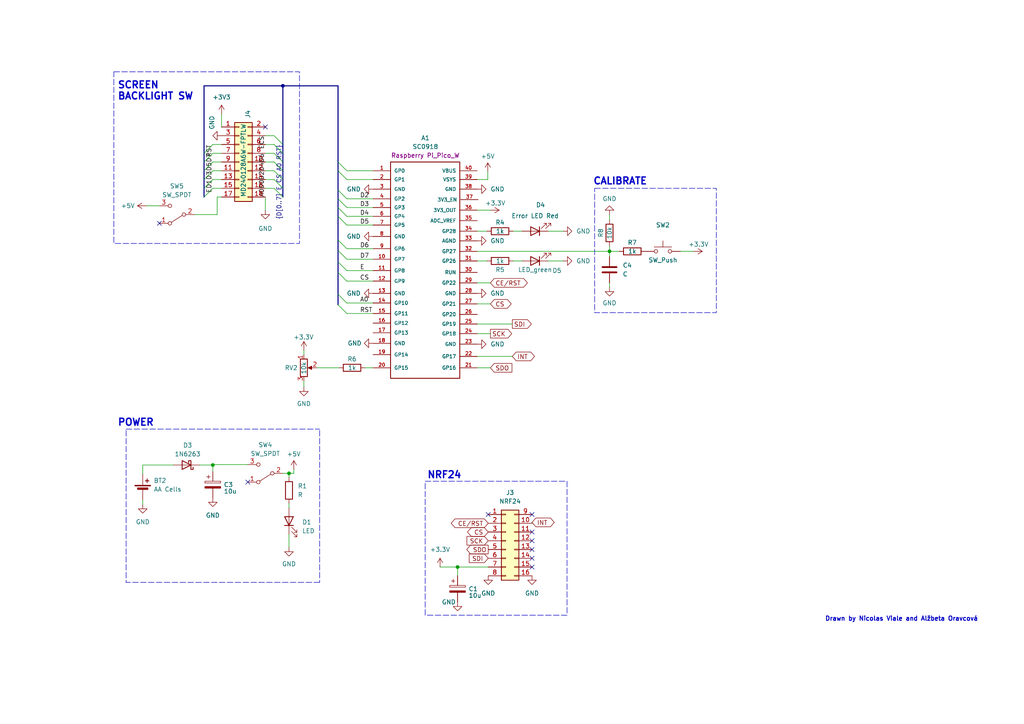
<source format=kicad_sch>
(kicad_sch (version 20230121) (generator eeschema)
  (paper "A4")
  (title_block (title "TDP4 - Controller Board") (date "2024-02-20") (rev "v0.9"))
  (lib_symbols
    (symbol "Connector_Generic:Conn_02x08_Top_Bottom" (pin_names (offset 1.016) hide)
      (property "Reference" "J" (at 1.27 10.16 0))
      (property "Value" "Conn_02x08_Top_Bottom" (at 1.27 -12.7 0))
      (symbol "Conn_02x08_Top_Bottom_1_1"
        (rectangle (start -1.27 -10.033) (end 0 -10.287) (stroke (width 0.1524)))
        (rectangle (start -1.27 -7.493) (end 0 -7.747) (stroke (width 0.1524)))
        (rectangle (start -1.27 -4.953) (end 0 -5.207) (stroke (width 0.1524)))
        (rectangle (start -1.27 -2.413) (end 0 -2.667) (stroke (width 0.1524)))
        (rectangle (start -1.27 0.127) (end 0 -0.127) (stroke (width 0.1524)))
        (rectangle (start -1.27 2.667) (end 0 2.413) (stroke (width 0.1524)))
        (rectangle (start -1.27 5.207) (end 0 4.953) (stroke (width 0.1524)))
        (rectangle (start -1.27 7.747) (end 0 7.493) (stroke (width 0.1524)))
        (rectangle (start -1.27 8.89) (end 3.81 -11.43) (stroke (width 0.254)) (fill (type background)))
        (rectangle (start 3.81 -10.033) (end 2.54 -10.287) (stroke (width 0.1524)))
        (rectangle (start 3.81 -7.493) (end 2.54 -7.747) (stroke (width 0.1524)))
        (rectangle (start 3.81 -4.953) (end 2.54 -5.207) (stroke (width 0.1524)))
        (rectangle (start 3.81 -2.413) (end 2.54 -2.667) (stroke (width 0.1524)))
        (rectangle (start 3.81 0.127) (end 2.54 -0.127) (stroke (width 0.1524)))
        (rectangle (start 3.81 2.667) (end 2.54 2.413) (stroke (width 0.1524)))
        (rectangle (start 3.81 5.207) (end 2.54 4.953) (stroke (width 0.1524)))
        (rectangle (start 3.81 7.747) (end 2.54 7.493) (stroke (width 0.1524)))
        (pin passive line (at -5.08 7.62 0) (length 3.81) (name "Pin_1") (number "1"))
        (pin passive line (at 7.62 5.08 180) (length 3.81) (name "Pin_10") (number "10"))
        (pin passive line (at 7.62 2.54 180) (length 3.81) (name "Pin_11") (number "11"))
        (pin passive line (at 7.62 0 180) (length 3.81) (name "Pin_12") (number "12"))
        (pin passive line (at 7.62 -2.54 180) (length 3.81) (name "Pin_13") (number "13"))
        (pin passive line (at 7.62 -5.08 180) (length 3.81) (name "Pin_14") (number "14"))
        (pin passive line (at 7.62 -7.62 180) (length 3.81) (name "Pin_15") (number "15"))
        (pin passive line (at 7.62 -10.16 180) (length 3.81) (name "Pin_16") (number "16"))
        (pin passive line (at -5.08 5.08 0) (length 3.81) (name "Pin_2") (number "2"))
        (pin passive line (at -5.08 2.54 0) (length 3.81) (name "Pin_3") (number "3"))
        (pin passive line (at -5.08 0 0) (length 3.81) (name "Pin_4") (number "4"))
        (pin passive line (at -5.08 -2.54 0) (length 3.81) (name "Pin_5") (number "5"))
        (pin passive line (at -5.08 -5.08 0) (length 3.81) (name "Pin_6") (number "6"))
        (pin passive line (at -5.08 -7.62 0) (length 3.81) (name "Pin_7") (number "7"))
        (pin passive line (at -5.08 -10.16 0) (length 3.81) (name "Pin_8") (number "8"))
        (pin passive line (at 7.62 7.62 180) (length 3.81) (name "Pin_9") (number "9"))
      )
    )
    (symbol "Connector_Generic:Conn_02x09_Odd_Even" (pin_names (offset 1.016) hide)
      (property "Reference" "J" (at 1.27 12.7 0))
      (property "Value" "Conn_02x09_Odd_Even" (at 1.27 -12.7 0))
      (symbol "Conn_02x09_Odd_Even_1_1"
        (rectangle (start -1.27 -10.033) (end 0 -10.287) (stroke (width 0.1524)))
        (rectangle (start -1.27 -7.493) (end 0 -7.747) (stroke (width 0.1524)))
        (rectangle (start -1.27 -4.953) (end 0 -5.207) (stroke (width 0.1524)))
        (rectangle (start -1.27 -2.413) (end 0 -2.667) (stroke (width 0.1524)))
        (rectangle (start -1.27 0.127) (end 0 -0.127) (stroke (width 0.1524)))
        (rectangle (start -1.27 2.667) (end 0 2.413) (stroke (width 0.1524)))
        (rectangle (start -1.27 5.207) (end 0 4.953) (stroke (width 0.1524)))
        (rectangle (start -1.27 7.747) (end 0 7.493) (stroke (width 0.1524)))
        (rectangle (start -1.27 10.287) (end 0 10.033) (stroke (width 0.1524)))
        (rectangle (start -1.27 11.43) (end 3.81 -11.43) (stroke (width 0.254)) (fill (type background)))
        (rectangle (start 3.81 -10.033) (end 2.54 -10.287) (stroke (width 0.1524)))
        (rectangle (start 3.81 -7.493) (end 2.54 -7.747) (stroke (width 0.1524)))
        (rectangle (start 3.81 -4.953) (end 2.54 -5.207) (stroke (width 0.1524)))
        (rectangle (start 3.81 -2.413) (end 2.54 -2.667) (stroke (width 0.1524)))
        (rectangle (start 3.81 0.127) (end 2.54 -0.127) (stroke (width 0.1524)))
        (rectangle (start 3.81 2.667) (end 2.54 2.413) (stroke (width 0.1524)))
        (rectangle (start 3.81 5.207) (end 2.54 4.953) (stroke (width 0.1524)))
        (rectangle (start 3.81 7.747) (end 2.54 7.493) (stroke (width 0.1524)))
        (rectangle (start 3.81 10.287) (end 2.54 10.033) (stroke (width 0.1524)))
        (pin passive line (at -5.08 10.16 0) (length 3.81) (name "Pin_1") (number "1"))
        (pin passive line (at 7.62 0 180) (length 3.81) (name "Pin_10") (number "10"))
        (pin passive line (at -5.08 -2.54 0) (length 3.81) (name "Pin_11") (number "11"))
        (pin passive line (at 7.62 -2.54 180) (length 3.81) (name "Pin_12") (number "12"))
        (pin passive line (at -5.08 -5.08 0) (length 3.81) (name "Pin_13") (number "13"))
        (pin passive line (at 7.62 -5.08 180) (length 3.81) (name "Pin_14") (number "14"))
        (pin passive line (at -5.08 -7.62 0) (length 3.81) (name "Pin_15") (number "15"))
        (pin passive line (at 7.62 -7.62 180) (length 3.81) (name "Pin_16") (number "16"))
        (pin passive line (at -5.08 -10.16 0) (length 3.81) (name "Pin_17") (number "17"))
        (pin passive line (at 7.62 -10.16 180) (length 3.81) (name "Pin_18") (number "18"))
        (pin passive line (at 7.62 10.16 180) (length 3.81) (name "Pin_2") (number "2"))
        (pin passive line (at -5.08 7.62 0) (length 3.81) (name "Pin_3") (number "3"))
        (pin passive line (at 7.62 7.62 180) (length 3.81) (name "Pin_4") (number "4"))
        (pin passive line (at -5.08 5.08 0) (length 3.81) (name "Pin_5") (number "5"))
        (pin passive line (at 7.62 5.08 180) (length 3.81) (name "Pin_6") (number "6"))
        (pin passive line (at -5.08 2.54 0) (length 3.81) (name "Pin_7") (number "7"))
        (pin passive line (at 7.62 2.54 180) (length 3.81) (name "Pin_8") (number "8"))
        (pin passive line (at -5.08 0 0) (length 3.81) (name "Pin_9") (number "9"))
      )
    )
    (symbol "Device:Battery_Cell" (pin_numbers hide) (pin_names (offset 0) hide)
      (property "Reference" "BT" (at 2.54 2.54 0))
      (property "Value" "Battery_Cell" (at 2.54 0 0))
      (symbol "Battery_Cell_0_1"
        (rectangle (start -2.286 1.778) (end 2.286 1.524) (fill (type outline)))
        (rectangle (start -1.524 1.016) (end 1.524 0.508) (fill (type outline)))
        (polyline (pts (xy 0 0.762) (xy 0 0)))
        (polyline (pts (xy 0 1.778) (xy 0 2.54)))
        (polyline (pts (xy 0.762 3.048) (xy 1.778 3.048)) (stroke (width 0.254)))
        (polyline (pts (xy 1.27 3.556) (xy 1.27 2.54)) (stroke (width 0.254)))
      )
      (symbol "Battery_Cell_1_1"
        (pin passive line (at 0 5.08 270) (length 2.54) (name "+") (number "1"))
        (pin passive line (at 0 -2.54 90) (length 2.54) (name "-") (number "2"))
      )
    )
    (symbol "Device:C" (pin_numbers hide) (pin_names (offset 0.254))
      (property "Reference" "C" (at 0.635 2.54 0))
      (property "Value" "C" (at 0.635 -2.54 0))
      (symbol "C_0_1"
        (polyline (pts (xy -2.032 -0.762) (xy 2.032 -0.762)) (stroke (width 0.508)))
        (polyline (pts (xy -2.032 0.762) (xy 2.032 0.762)) (stroke (width 0.508)))
      )
      (symbol "C_1_1"
        (pin passive line (at 0 3.81 270) (length 2.794) (name "~") (number "1"))
        (pin passive line (at 0 -3.81 90) (length 2.794) (name "~") (number "2"))
      )
    )
    (symbol "Device:C_Polarized" (pin_numbers hide) (pin_names (offset 0.254))
      (property "Reference" "C" (at 0.635 2.54 0))
      (property "Value" "C_Polarized" (at 0.635 -2.54 0))
      (symbol "C_Polarized_0_1"
        (rectangle (start -2.286 0.508) (end 2.286 1.016))
        (polyline (pts (xy -1.778 2.286) (xy -0.762 2.286)))
        (polyline (pts (xy -1.27 2.794) (xy -1.27 1.778)))
        (rectangle (start 2.286 -0.508) (end -2.286 -1.016) (fill (type outline)))
      )
      (symbol "C_Polarized_1_1"
        (pin passive line (at 0 3.81 270) (length 2.794) (name "~") (number "1"))
        (pin passive line (at 0 -3.81 90) (length 2.794) (name "~") (number "2"))
      )
    )
    (symbol "Device:D_Schottky" (pin_numbers hide) (pin_names (offset 1.016) hide)
      (property "Reference" "D" (at 0 2.54 0))
      (property "Value" "D_Schottky" (at 0 -2.54 0))
      (symbol "D_Schottky_0_1"
        (polyline (pts (xy 1.27 0) (xy -1.27 0)))
        (polyline (pts (xy 1.27 1.27) (xy 1.27 -1.27) (xy -1.27 0) (xy 1.27 1.27)) (stroke (width 0.254)))
        (polyline (pts (xy -1.905 0.635) (xy -1.905 1.27) (xy -1.27 1.27) (xy -1.27 -1.27) (xy -0.635 -1.27) (xy -0.635 -0.635)) (stroke (width 0.254)))
      )
      (symbol "D_Schottky_1_1"
        (pin passive line (at -3.81 0 0) (length 2.54) (name "K") (number "1"))
        (pin passive line (at 3.81 0 180) (length 2.54) (name "A") (number "2"))
      )
    )
    (symbol "Device:LED" (pin_numbers hide) (pin_names (offset 1.016) hide)
      (property "Reference" "D" (at 0 2.54 0))
      (property "Value" "LED" (at 0 -2.54 0))
      (symbol "LED_0_1"
        (polyline (pts (xy -1.27 -1.27) (xy -1.27 1.27)) (stroke (width 0.254)))
        (polyline (pts (xy -1.27 0) (xy 1.27 0)))
        (polyline (pts (xy 1.27 -1.27) (xy 1.27 1.27) (xy -1.27 0) (xy 1.27 -1.27)) (stroke (width 0.254)))
        (polyline (pts (xy -3.048 -0.762) (xy -4.572 -2.286) (xy -3.81 -2.286) (xy -4.572 -2.286) (xy -4.572 -1.524)))
        (polyline (pts (xy -1.778 -0.762) (xy -3.302 -2.286) (xy -2.54 -2.286) (xy -3.302 -2.286) (xy -3.302 -1.524)))
      )
      (symbol "LED_1_1"
        (pin passive line (at -3.81 0 0) (length 2.54) (name "K") (number "1"))
        (pin passive line (at 3.81 0 180) (length 2.54) (name "A") (number "2"))
      )
    )
    (symbol "Device:R" (pin_numbers hide) (pin_names (offset 0))
      (property "Reference" "R" (at 2.032 0 90))
      (property "Value" "R" (at 0 0 90))
      (symbol "R_0_1"
        (rectangle (start -1.016 -2.54) (end 1.016 2.54) (stroke (width 0.254)))
      )
      (symbol "R_1_1"
        (pin passive line (at 0 3.81 270) (length 1.27) (name "~") (number "1"))
        (pin passive line (at 0 -3.81 90) (length 1.27) (name "~") (number "2"))
      )
    )
    (symbol "Device:R_Potentiometer" (pin_names (offset 1.016) hide)
      (property "Reference" "RV" (at -4.445 0 90))
      (property "Value" "R_Potentiometer" (at -2.54 0 90))
      (symbol "R_Potentiometer_0_1"
        (polyline (pts (xy 2.54 0) (xy 1.524 0)))
        (polyline (pts (xy 1.143 0) (xy 2.286 0.508) (xy 2.286 -0.508) (xy 1.143 0)) (fill (type outline)))
        (rectangle (start 1.016 2.54) (end -1.016 -2.54) (stroke (width 0.254)))
      )
      (symbol "R_Potentiometer_1_1"
        (pin passive line (at 0 3.81 270) (length 1.27) (name "1") (number "1"))
        (pin passive line (at 3.81 0 180) (length 1.27) (name "2") (number "2"))
        (pin passive line (at 0 -3.81 90) (length 1.27) (name "3") (number "3"))
      )
    )
    (symbol "SW_SPDT_1" (pin_names (offset 0) hide)
      (property "Reference" "SW" (at 0 4.318 0))
      (property "Value" "SW_SPDT" (at 0 -5.08 0))
      (symbol "SW_SPDT_1_0_0"
        (circle (center -2.032 0) (radius 0.508))
        (circle (center 2.032 -2.54) (radius 0.508))
      )
      (symbol "SW_SPDT_1_0_1"
        (polyline (pts (xy -1.524 0.254) (xy 1.651 2.286)))
        (circle (center 2.032 2.54) (radius 0.508))
      )
      (symbol "SW_SPDT_1_1_1"
        (pin passive line (at 5.08 2.54 180) (length 2.54) (name "A") (number "1"))
        (pin passive line (at -5.08 0 0) (length 2.54) (name "B") (number "2"))
        (pin passive line (at 5.08 -2.54 180) (length 2.54) (name "C") (number "3"))
      )
    )
    (symbol "Switch:SW_Push" (pin_numbers hide) (pin_names (offset 1.016) hide)
      (property "Reference" "SW" (at 1.27 2.54 0))
      (property "Value" "SW_Push" (at 0 -1.524 0))
      (symbol "SW_Push_0_1"
        (circle (center -2.032 0) (radius 0.508))
        (polyline (pts (xy 0 1.27) (xy 0 3.048)))
        (polyline (pts (xy 2.54 1.27) (xy -2.54 1.27)))
        (circle (center 2.032 0) (radius 0.508))
        (pin passive line (at -5.08 0 0) (length 2.54) (name "1") (number "1"))
        (pin passive line (at 5.08 0 180) (length 2.54) (name "2") (number "2"))
      )
    )
    (symbol "pi_pico_W:SC0918" (pin_names (offset 1.016))
      (property "Reference" "A1" (at 0.1905 50.165 0))
      (property "Value" "SC0918" (at 0.1905 47.625 0))
      (property "manufacturer" "Raspberry Pi_Pico_W" (at 0.1905 45.085 0))
      (symbol "SC0918_0_0"
        (rectangle (start -9.906 43.18) (end 10.16 -19.558) (stroke (width 0.254)))
        (pin bidirectional line (at -14.986 40.64 0) (length 5.08) (name "GP0") (number "1"))
        (pin bidirectional line (at -14.986 14.986 0) (length 5.08) (name "GP7") (number "10"))
        (pin bidirectional line (at -14.986 11.684 0) (length 5.08) (name "GP8") (number "11"))
        (pin bidirectional line (at -14.986 8.636 0) (length 5.08) (name "GP9") (number "12"))
        (pin power_in line (at -14.986 5.08 0) (length 5.08) (name "GND") (number "13"))
        (pin bidirectional line (at -14.986 2.286 0) (length 5.08) (name "GP10") (number "14"))
        (pin bidirectional line (at -14.986 -0.762 0) (length 5.08) (name "GP11") (number "15"))
        (pin bidirectional line (at -14.986 -3.556 0) (length 5.08) (name "GP12") (number "16"))
        (pin bidirectional line (at -14.986 -6.35 0) (length 5.08) (name "GP13") (number "17"))
        (pin power_in line (at -14.986 -9.398 0) (length 5.08) (name "GND") (number "18"))
        (pin bidirectional line (at -14.986 -12.7 0) (length 5.08) (name "GP14") (number "19"))
        (pin bidirectional line (at -14.986 38.1 0) (length 5.08) (name "GP1") (number "2"))
        (pin bidirectional line (at -14.986 -16.51 0) (length 5.08) (name "GP15") (number "20"))
        (pin bidirectional line (at 15.24 -16.51 180) (length 5.08) (name "GP16") (number "21"))
        (pin bidirectional line (at 15.24 -13.208 180) (length 5.08) (name "GP17") (number "22"))
        (pin power_in line (at 15.24 -9.652 180) (length 5.08) (name "GND") (number "23"))
        (pin bidirectional line (at 15.24 -6.604 180) (length 5.08) (name "GP18") (number "24"))
        (pin bidirectional line (at 15.24 -3.81 180) (length 5.08) (name "GP19") (number "25"))
        (pin bidirectional line (at 15.24 -1.016 180) (length 5.08) (name "GP20") (number "26"))
        (pin bidirectional line (at 15.24 2.032 180) (length 5.08) (name "GP21") (number "27"))
        (pin power_in line (at 15.24 5.08 180) (length 5.08) (name "GND") (number "28"))
        (pin bidirectional line (at 15.24 8.128 180) (length 5.08) (name "GP22") (number "29"))
        (pin power_in line (at -14.986 35.306 0) (length 5.08) (name "GND") (number "3"))
        (pin input line (at 15.24 11.176 180) (length 5.08) (name "RUN") (number "30"))
        (pin bidirectional line (at 15.24 14.478 180) (length 5.08) (name "GP26") (number "31"))
        (pin bidirectional line (at 15.24 17.272 180) (length 5.08) (name "GP27") (number "32"))
        (pin power_in line (at 15.24 20.32 180) (length 5.08) (name "AGND") (number "33"))
        (pin bidirectional line (at 15.24 23.114 180) (length 5.08) (name "GP28") (number "34"))
        (pin power_in line (at 15.24 26.162 180) (length 5.08) (name "ADC_VREF") (number "35"))
        (pin power_in line (at 15.24 29.21 180) (length 5.08) (name "3V3_OUT") (number "36"))
        (pin input line (at 15.494 32.258 180) (length 5.08) (name "3V3_EN") (number "37"))
        (pin power_in line (at 15.24 35.306 180) (length 5.08) (name "GND") (number "38"))
        (pin bidirectional line (at -14.986 32.512 0) (length 5.08) (name "GP2") (number "4"))
        (pin bidirectional line (at -14.986 29.972 0) (length 5.08) (name "GP3") (number "5"))
        (pin bidirectional line (at -14.986 27.432 0) (length 5.08) (name "GP4") (number "6"))
        (pin bidirectional line (at -14.986 24.892 0) (length 5.08) (name "GP5") (number "7"))
        (pin power_in line (at -14.986 21.59 0) (length 5.08) (name "GND") (number "8"))
        (pin bidirectional line (at -14.986 18.034 0) (length 5.08) (name "GP6") (number "9"))
      )
      (symbol "SC0918_1_0"
        (pin input line (at 15.24 38.1 180) (length 5.08) (name "VSYS") (number "39"))
        (pin input line (at 15.24 40.64 180) (length 5.08) (name "VBUS") (number "40"))
      )
    )
    (symbol "power:+3.3V" (power) (pin_names (offset 0))
      (property "Value" "+3.3V" (at 0 3.556 0))
      (symbol "+3.3V_0_1"
        (polyline (pts (xy -0.762 1.27) (xy 0 2.54)))
        (polyline (pts (xy 0 0) (xy 0 2.54)))
        (polyline (pts (xy 0 2.54) (xy 0.762 1.27)))
      )
      (symbol "+3.3V_1_1"
        (pin power_in line (at 0 0 90) (length 0) hide (name "+3.3V") (number "1"))
      )
    )
    (symbol "power:+3V3" (power) (pin_names (offset 0))
      (property "Value" "+3V3" (at 0 3.556 0))
      (symbol "+3V3_0_1"
        (polyline (pts (xy -0.762 1.27) (xy 0 2.54)))
        (polyline (pts (xy 0 0) (xy 0 2.54)))
        (polyline (pts (xy 0 2.54) (xy 0.762 1.27)))
      )
      (symbol "+3V3_1_1"
        (pin power_in line (at 0 0 90) (length 0) hide (name "+3V3") (number "1"))
      )
    )
    (symbol "power:+5V" (power) (pin_names (offset 0))
      (property "Value" "+5V" (at 0 3.556 0))
      (symbol "+5V_0_1"
        (polyline (pts (xy -0.762 1.27) (xy 0 2.54)))
        (polyline (pts (xy 0 0) (xy 0 2.54)))
        (polyline (pts (xy 0 2.54) (xy 0.762 1.27)))
      )
      (symbol "+5V_1_1"
        (pin power_in line (at 0 0 90) (length 0) hide (name "+5V") (number "1"))
      )
    )
    (symbol "power:GND" (power) (pin_names (offset 0))
      (property "Value" "GND" (at 0 -3.81 0))
      (symbol "GND_0_1"
        (polyline (pts (xy 0 0) (xy 0 -1.27) (xy 1.27 -1.27) (xy 0 -2.54) (xy -1.27 -1.27) (xy 0 -1.27)))
      )
      (symbol "GND_1_1"
        (pin power_in line (at 0 0 270) (length 0) hide (name "GND") (number "1"))
      )
    )
  )
  (junction (at 132.715 164.465))
  (junction (at 82.042 24.892))
  (junction (at 83.82 137.287))
  (junction (at 176.784 72.898))
  (junction (at 61.722 134.874))
  (no_connect (at 154.305 154.305))
  (no_connect (at 154.305 161.925))
  (no_connect (at 154.305 149.225))
  (no_connect (at 141.605 149.225))
  (no_connect (at 154.305 159.385))
  (no_connect (at 46.228 64.77))
  (no_connect (at 76.962 36.83))
  (no_connect (at 71.882 139.827))
  (no_connect (at 154.305 164.465))
  (no_connect (at 154.305 156.845))
  (bus_entry (at 98.044 62.738) (size 2.54 2.54))
  (bus_entry (at 82.042 49.53) (size -2.54 -2.54))
  (bus_entry (at 98.044 46.99) (size 2.54 2.54))
  (bus_entry (at 98.044 72.644) (size 2.54 2.54))
  (bus_entry (at 98.044 78.994) (size 2.54 2.54))
  (bus_entry (at 98.044 57.658) (size 2.54 2.54))
  (bus_entry (at 59.182 46.99) (size 2.54 -2.54))
  (bus_entry (at 98.044 85.344) (size 2.54 2.54))
  (bus_entry (at 82.042 57.15) (size -2.54 -2.54))
  (bus_entry (at 82.042 46.99) (size -2.54 -2.54))
  (bus_entry (at 98.044 49.53) (size 2.54 2.54))
  (bus_entry (at 59.182 54.61) (size 2.54 -2.54))
  (bus_entry (at 59.182 52.07) (size 2.54 -2.54))
  (bus_entry (at 59.182 57.15) (size 2.54 -2.54))
  (bus_entry (at 82.042 54.61) (size -2.54 -2.54))
  (bus_entry (at 59.182 44.45) (size 2.54 -2.54))
  (bus_entry (at 82.042 44.45) (size -2.54 -2.54))
  (bus_entry (at 59.182 49.53) (size 2.54 -2.54))
  (bus_entry (at 82.042 52.07) (size -2.54 -2.54))
  (bus_entry (at 98.044 60.198) (size 2.54 2.54))
  (bus_entry (at 82.042 41.91) (size -2.54 -2.54))
  (bus_entry (at 98.044 75.946) (size 2.54 2.54))
  (bus_entry (at 98.044 88.392) (size 2.54 2.54))
  (bus_entry (at 98.044 55.118) (size 2.54 2.54))
  (bus_entry (at 98.044 69.596) (size 2.54 2.54))
  (wire (pts (xy 154.305 151.765) (xy 154.305 151.511)))
  (wire (pts (xy 100.584 81.534) (xy 108.204 81.534)))
  (bus (pts (xy 59.182 52.07) (xy 59.182 54.61)))
  (wire (pts (xy 100.584 62.738) (xy 108.204 62.738)))
  (wire (pts (xy 56.388 62.23) (xy 62.992 62.23)))
  (wire (pts (xy 62.992 62.23) (xy 62.992 57.15)))
  (wire (pts (xy 176.784 72.898) (xy 176.784 71.374)))
  (wire (pts (xy 64.262 33.02) (xy 64.262 36.83)))
  (wire (pts (xy 159.004 67.056) (xy 163.322 67.056)))
  (bus (pts (xy 98.044 85.344) (xy 98.044 88.392)))
  (wire (pts (xy 100.584 72.136) (xy 108.204 72.136)))
  (bus (pts (xy 98.044 46.99) (xy 98.044 24.892)))
  (wire (pts (xy 138.43 96.774) (xy 142.24 96.774)))
  (bus (pts (xy 82.042 44.45) (xy 82.042 46.99)))
  (wire (pts (xy 100.584 57.658) (xy 108.204 57.658)))
  (wire (pts (xy 176.784 83.312) (xy 176.784 82.042)))
  (wire (pts (xy 138.43 106.68) (xy 142.24 106.68)))
  (wire (pts (xy 159.004 75.692) (xy 163.322 75.692)))
  (bus (pts (xy 98.044 60.198) (xy 98.044 62.738)))
  (wire (pts (xy 62.992 57.15) (xy 64.262 57.15)))
  (wire (pts (xy 41.402 134.874) (xy 50.292 134.874)))
  (bus (pts (xy 98.044 62.738) (xy 98.044 69.596)))
  (wire (pts (xy 61.722 136.779) (xy 61.722 134.874)))
  (bus (pts (xy 59.182 44.45) (xy 59.182 46.99)))
  (bus (pts (xy 98.044 69.596) (xy 98.044 72.644)))
  (wire (pts (xy 100.584 87.884) (xy 108.204 87.884)))
  (wire (pts (xy 79.502 54.61) (xy 76.962 54.61)))
  (wire (pts (xy 82.042 137.287) (xy 83.82 137.287)))
  (polyline (pts (xy 36.576 124.841) (xy 36.576 168.91)) (stroke (width 0) (type dash)))
  (wire (pts (xy 41.402 146.304) (xy 41.402 145.034)))
  (wire (pts (xy 61.722 49.53) (xy 64.262 49.53)))
  (bus (pts (xy 98.044 72.644) (xy 98.044 75.946)))
  (polyline (pts (xy 92.71 124.841) (xy 92.71 168.91)) (stroke (width 0) (type dash)))
  (wire (pts (xy 138.43 103.378) (xy 148.59 103.378)))
  (wire (pts (xy 100.584 65.278) (xy 108.204 65.278)))
  (wire (pts (xy 61.722 46.99) (xy 64.262 46.99)))
  (wire (pts (xy 91.948 106.68) (xy 98.298 106.68)))
  (wire (pts (xy 41.402 134.874) (xy 41.402 137.414)))
  (wire (pts (xy 100.584 52.07) (xy 108.204 52.07)))
  (bus (pts (xy 98.044 24.892) (xy 82.042 24.892)))
  (wire (pts (xy 179.578 72.898) (xy 176.784 72.898)))
  (wire (pts (xy 61.722 52.07) (xy 64.262 52.07)))
  (wire (pts (xy 132.715 164.465) (xy 141.605 164.465)))
  (bus (pts (xy 98.044 75.946) (xy 98.044 78.994)))
  (wire (pts (xy 138.43 93.98) (xy 148.59 93.98)))
  (wire (pts (xy 105.918 106.68) (xy 108.204 106.68)))
  (wire (pts (xy 46.228 59.69) (xy 42.418 59.69)))
  (wire (pts (xy 148.844 75.692) (xy 151.384 75.692)))
  (wire (pts (xy 138.43 88.138) (xy 142.24 88.138)))
  (bus (pts (xy 59.182 54.61) (xy 59.182 57.15)))
  (wire (pts (xy 138.43 72.898) (xy 176.784 72.898)))
  (bus (pts (xy 82.042 41.91) (xy 82.042 24.892)))
  (wire (pts (xy 79.502 39.37) (xy 76.962 39.37)))
  (bus (pts (xy 82.042 52.07) (xy 82.042 54.61)))
  (wire (pts (xy 83.82 137.287) (xy 85.217 137.287)))
  (wire (pts (xy 61.722 41.91) (xy 64.262 41.91)))
  (wire (pts (xy 61.722 134.747) (xy 71.882 134.747)))
  (bus (pts (xy 82.042 54.61) (xy 82.042 57.15)))
  (wire (pts (xy 61.722 134.747) (xy 61.722 134.874)))
  (polyline (pts (xy 36.576 124.46) (xy 92.71 124.46)) (stroke (width 0) (type dash)))
  (bus (pts (xy 98.044 55.118) (xy 98.044 57.658)))
  (wire (pts (xy 79.502 46.99) (xy 76.962 46.99)))
  (wire (pts (xy 76.962 57.15) (xy 76.962 60.96)))
  (wire (pts (xy 141.478 49.784) (xy 141.478 52.07)))
  (wire (pts (xy 100.584 49.53) (xy 108.204 49.53)))
  (wire (pts (xy 127.635 164.465) (xy 132.715 164.465)))
  (bus (pts (xy 82.042 24.892) (xy 59.182 24.892)))
  (wire (pts (xy 100.584 75.184) (xy 108.204 75.184)))
  (wire (pts (xy 138.43 67.056) (xy 141.224 67.056)))
  (bus (pts (xy 82.042 41.91) (xy 82.042 44.45)))
  (wire (pts (xy 100.584 78.486) (xy 108.204 78.486)))
  (wire (pts (xy 79.502 52.07) (xy 76.962 52.07)))
  (bus (pts (xy 59.182 49.53) (xy 59.182 52.07)))
  (wire (pts (xy 100.584 60.198) (xy 108.204 60.198)))
  (wire (pts (xy 148.844 67.056) (xy 151.384 67.056)))
  (wire (pts (xy 176.784 62.23) (xy 176.784 63.754)))
  (bus (pts (xy 82.042 46.99) (xy 82.042 49.53)))
  (wire (pts (xy 88.138 102.87) (xy 88.138 101.6)))
  (wire (pts (xy 138.43 75.692) (xy 141.224 75.692)))
  (wire (pts (xy 79.502 49.53) (xy 76.962 49.53)))
  (polyline (pts (xy 92.71 168.91) (xy 36.576 168.91)) (stroke (width 0) (type dash)))
  (wire (pts (xy 88.138 110.49) (xy 88.138 112.268)))
  (wire (pts (xy 197.358 72.898) (xy 201.168 72.898)))
  (wire (pts (xy 138.43 82.042) (xy 142.24 82.042)))
  (bus (pts (xy 98.044 57.658) (xy 98.044 60.198)))
  (wire (pts (xy 79.502 44.45) (xy 76.962 44.45)))
  (bus (pts (xy 98.044 46.99) (xy 98.044 49.53)))
  (wire (pts (xy 83.82 138.43) (xy 83.82 137.287)))
  (wire (pts (xy 138.43 60.96) (xy 142.24 60.96)))
  (bus (pts (xy 98.044 49.53) (xy 98.044 55.118)))
  (wire (pts (xy 132.715 164.465) (xy 132.715 167.005)))
  (bus (pts (xy 82.042 49.53) (xy 82.042 52.07)))
  (wire (pts (xy 61.722 54.61) (xy 64.262 54.61)))
  (wire (pts (xy 176.784 72.898) (xy 176.784 74.422)))
  (wire (pts (xy 83.82 154.94) (xy 83.82 158.75)))
  (wire (pts (xy 79.502 41.91) (xy 76.962 41.91)))
  (wire (pts (xy 61.722 44.45) (xy 64.262 44.45)))
  (wire (pts (xy 85.217 136.144) (xy 85.217 137.287)))
  (wire (pts (xy 141.478 52.07) (xy 138.43 52.07)))
  (wire (pts (xy 83.82 146.05) (xy 83.82 147.32)))
  (bus (pts (xy 59.182 46.99) (xy 59.182 49.53)))
  (bus (pts (xy 98.044 78.994) (xy 98.044 85.344)))
  (bus (pts (xy 59.182 44.45) (xy 59.182 24.892)))
  (wire (pts (xy 61.722 134.874) (xy 57.912 134.874)))
  (wire (pts (xy 100.584 90.932) (xy 108.204 90.932)))
  (rectangle (start 33.02 20.828) (end 86.868 70.612) (stroke (width 0) (type dash)))
  (rectangle (start 172.466 54.61) (end 207.772 90.678) (stroke (width 0) (type dash)))
  (rectangle (start 123.317 139.573) (end 164.465 178.435) (stroke (width 0) (type dash)))
  (text "Drawn by Nicolas Viale and Alžbeta Oravcová" (at 239.268 180.34 0) (effects (font (size 1.27 1.27) bold) (justify left bottom)))
  (text "POWER" (at 34.036 123.825 0) (effects (font (size 2 2) (thickness 0.4) bold) (justify left bottom)))
  (text "CALIBRATE" (at 171.958 53.848 0) (effects (font (size 2 2) (thickness 0.4) bold) (justify left bottom)))
  (text "SCREEN\nBACKLIGHT SW" (at 34.036 29.21 0) (effects (font (size 2 2) (thickness 0.4) bold) (justify left bottom)))
  (text "NRF24" (at 123.825 139.065 0) (effects (font (size 2 2) (thickness 0.4) bold) (justify left bottom)))
  (label "E" (at 104.394 78.486 0))
  (label "D3" (at 104.394 60.198 0))
  (label "A0" (at 104.394 87.884 0))
  (label "A0" (at 76.962 54.61 270))
  (label "D6" (at 76.962 44.45 270))
  (label "D1" (at 61.722 52.07 270))
  (label "RST" (at 104.394 90.932 0))
  (label "{D[0..7] E CS A0 RST}" (at 82.042 41.91 270))
  (label "D0" (at 76.962 52.07 270))
  (label "D2" (at 76.962 49.53 270))
  (label "CS" (at 76.962 39.37 270))
  (label "D6" (at 104.394 72.136 0))
  (label "RST" (at 61.722 41.91 270))
  (label "E" (at 61.722 54.61 270))
  (label "D5" (at 61.722 46.99 270))
  (label "D2" (at 104.394 57.658 0))
  (label "E" (at 76.962 41.91 270))
  (label "D4" (at 104.394 62.738 0))
  (label "D5" (at 104.394 65.278 0))
  (label "CS" (at 104.394 81.534 0))
  (label "D7" (at 61.722 44.45 270))
  (label "D4" (at 76.962 46.99 270))
  (label "D7" (at 104.394 75.184 0))
  (label "D3" (at 61.722 49.53 270))
  (global_label "SDI" (shape output) (at 148.59 93.98 0) (property "Intersheetrefs" "${INTERSHEET_REFS}" (effects hide)))
  (global_label "CS" (shape bidirectional) (at 142.24 88.138 0) (property "Intersheetrefs" "${INTERSHEET_REFS}" (effects hide)))
  (global_label "SCK" (shape input) (at 141.605 156.845 180) (property "Intersheetrefs" "${INTERSHEET_REFS}" (effects hide)))
  (global_label "SDO" (shape input) (at 142.24 106.68 0) (property "Intersheetrefs" "${INTERSHEET_REFS}" (effects hide)))
  (global_label "SDO" (shape output) (at 141.605 159.385 180) (property "Intersheetrefs" "${INTERSHEET_REFS}" (effects hide)))
  (global_label "CE{slash}RST" (shape bidirectional) (at 141.605 151.765 180) (property "Intersheetrefs" "${INTERSHEET_REFS}" (effects hide)))
  (global_label "CE{slash}RST" (shape bidirectional) (at 142.24 82.042 0) (property "Intersheetrefs" "${INTERSHEET_REFS}" (effects hide)))
  (global_label "SDI" (shape input) (at 141.605 161.925 180) (property "Intersheetrefs" "${INTERSHEET_REFS}" (effects hide)))
  (global_label "CS" (shape bidirectional) (at 141.605 154.305 180) (property "Intersheetrefs" "${INTERSHEET_REFS}" (effects hide)))
  (global_label "SCK" (shape output) (at 142.24 96.774 0) (property "Intersheetrefs" "${INTERSHEET_REFS}" (effects hide)))
  (global_label "INT" (shape bidirectional) (at 154.305 151.511 0) (property "Intersheetrefs" "${INTERSHEET_REFS}" (effects hide)))
  (global_label "INT" (shape bidirectional) (at 148.59 103.378 0) (property "Intersheetrefs" "${INTERSHEET_REFS}" (effects hide)))
  (symbol (lib_id "power:GND") (at 132.715 174.625 0) (unit 1)
    (property "Reference" "#PWR01" (effects hide))
    (property "Value" "GND" (at 130.175 174.625 0))
  )
  (symbol (lib_id "power:GND") (at 76.962 60.96 0) (unit 1)
    (property "Reference" "#PWR036" (effects hide))
    (property "Value" "GND" (at 76.962 66.294 0))
  )
  (symbol (lib_id "Device:Battery_Cell") (at 41.402 142.494 0) (unit 1)
    (property "Reference" "BT2" (at 44.577 139.3825 0) (effects (justify left)))
    (property "Value" "AA Cells" (at 44.577 141.9225 0) (effects (justify left)))
  )
  (symbol (lib_id "power:+3.3V") (at 127.635 164.465 0) (unit 1)
    (property "Reference" "#PWR011" (effects hide))
    (property "Value" "+3.3V" (at 127.635 159.385 0))
  )
  (symbol (lib_id "power:GND") (at 176.784 62.23 180) (unit 1)
    (property "Reference" "#PWR032" (effects hide))
    (property "Value" "GND" (at 176.784 57.658 0))
  )
  (symbol (lib_id "power:GND") (at 108.204 99.568 270) (unit 1)
    (property "Reference" "#PWR018" (effects hide))
    (property "Value" "GND" (at 104.902 99.568 90) (effects (justify right)))
  )
  (symbol (lib_id "Connector_Generic:Conn_02x08_Top_Bottom") (at 146.685 156.845 0) (unit 1)
    (property "Reference" "J3" (at 147.955 142.875 0))
    (property "Value" "NRF24" (at 147.955 145.415 0))
  )
  (symbol (lib_id "Device:R") (at 83.82 142.24 0) (unit 1)
    (property "Reference" "R1" (at 86.36 140.97 0) (effects (justify left)))
    (property "Value" "R" (at 86.36 143.51 0) (effects (justify left)))
  )
  (symbol (lib_id "power:GND") (at 41.402 146.304 0) (unit 1)
    (property "Reference" "#PWR015" (effects hide))
    (property "Value" "GND" (at 41.402 151.384 0))
  )
  (symbol (lib_id "power:GND") (at 108.204 85.09 270) (unit 1)
    (property "Reference" "#PWR019" (effects hide))
    (property "Value" "GND" (at 104.648 85.09 90) (effects (justify right)))
  )
  (symbol (lib_id "Device:R") (at 183.388 72.898 90) (unit 1)
    (property "Reference" "R7" (at 183.388 70.358 90))
    (property "Value" "1k" (at 183.388 72.898 90))
  )
  (symbol (lib_id "Device:R") (at 102.108 106.68 90) (unit 1)
    (property "Reference" "R6" (at 102.108 104.14 90))
    (property "Value" "1k" (at 102.108 106.68 90))
  )
  (symbol (lib_id "power:+3V3") (at 64.262 33.02 0) (unit 1)
    (property "Reference" "#PWR034" (effects hide))
    (property "Value" "+3V3" (at 64.262 28.194 0))
  )
  (symbol (lib_id "power:+5V") (at 141.478 49.784 0) (unit 1)
    (property "Reference" "#PWR026" (effects hide))
    (property "Value" "+5V" (at 141.478 45.339 0))
  )
  (symbol (lib_id "Device:D_Schottky") (at 54.102 134.874 180) (unit 1)
    (property "Reference" "D3" (at 54.4195 129.159 0))
    (property "Value" "1N6263" (at 54.4195 131.699 0))
  )
  (symbol (lib_id "power:GND") (at 163.322 67.056 90) (unit 1)
    (property "Reference" "#PWR027" (effects hide))
    (property "Value" "GND" (at 167.132 67.056 90) (effects (justify right)))
  )
  (symbol (lib_id "Switch:SW_Push") (at 192.278 72.898 0) (unit 1)
    (property "Reference" "SW2" (at 192.278 65.278 0))
    (property "Value" "SW_Push" (at 192.278 75.438 0))
  )
  (symbol (lib_id "Device:LED") (at 83.82 151.13 90) (unit 1)
    (property "Reference" "D1" (at 87.63 151.4475 90) (effects (justify right)))
    (property "Value" "LED" (at 87.63 153.9875 90) (effects (justify right)))
  )
  (symbol (lib_id "power:+3.3V") (at 201.168 72.898 270) (unit 1)
    (property "Reference" "#PWR031" (effects hide))
    (property "Value" "+3.3V" (at 199.644 70.866 90) (effects (justify left)))
  )
  (symbol (lib_id "Device:LED") (at 155.194 67.056 180) (unit 1)
    (property "Reference" "D4" (at 156.7815 59.436 0))
    (property "Value" "Error LED Red" (at 155.194 62.611 0))
  )
  (symbol (lib_id "power:GND") (at 138.43 69.85 90) (unit 1)
    (property "Reference" "#PWR025" (effects hide))
    (property "Value" "GND" (at 142.24 69.85 90) (effects (justify right)))
  )
  (symbol (lib_id "power:+5V") (at 85.217 136.144 0) (unit 1)
    (property "Reference" "#PWR017" (effects hide))
    (property "Value" "+5V" (at 85.217 131.699 0))
  )
  (symbol (lib_id "power:GND") (at 163.322 75.692 90) (unit 1)
    (property "Reference" "#PWR028" (effects hide))
    (property "Value" "GND" (at 167.132 75.692 90) (effects (justify right)))
  )
  (symbol (lib_id "power:GND") (at 83.82 158.75 0) (unit 1)
    (property "Reference" "#PWR02" (effects hide))
    (property "Value" "GND" (at 83.82 163.576 0))
  )
  (symbol (lib_id "power:+3.3V") (at 142.24 60.96 270) (unit 1)
    (property "Reference" "#PWR029" (effects hide))
    (property "Value" "+3.3V" (at 140.716 58.928 90) (effects (justify left)))
  )
  (symbol (lib_id "power:GND") (at 176.784 83.312 0) (unit 1)
    (property "Reference" "#PWR033" (effects hide))
    (property "Value" "GND" (at 176.784 87.884 0))
  )
  (symbol (lib_name "SW_SPDT_1") (lib_id "Switch:SW_SPDT") (at 51.308 62.23 180) (unit 1)
    (property "Reference" "SW5" (at 51.308 53.975 0))
    (property "Value" "SW_SPDT" (at 51.308 56.515 0))
  )
  (symbol (lib_id "power:GND") (at 138.43 85.09 90) (unit 1)
    (property "Reference" "#PWR023" (effects hide))
    (property "Value" "GND" (at 142.24 85.09 90) (effects (justify right)))
  )
  (symbol (lib_id "Device:C_Polarized") (at 132.715 170.815 0) (unit 1)
    (property "Reference" "C1" (at 135.89 170.815 0) (effects (justify left)))
    (property "Value" "10u" (at 135.89 172.72 0) (effects (justify left)))
  )
  (symbol (lib_id "power:GND") (at 108.204 68.58 270) (unit 1)
    (property "Reference" "#PWR020" (effects hide))
    (property "Value" "GND" (at 104.648 68.58 90) (effects (justify right)))
  )
  (symbol (lib_id "power:GND") (at 141.605 167.005 0) (unit 1)
    (property "Reference" "#PWR09" (effects hide))
    (property "Value" "GND" (at 141.605 172.085 0))
  )
  (symbol (lib_id "Connector_Generic:Conn_02x09_Odd_Even") (at 69.342 46.99 0) (unit 1)
    (property "Reference" "J4" (at 71.882 34.29 90) (effects (justify left)))
    (property "Value" "MD240128A6W-FPTLW" (at 70.612 57.15 90) (effects (justify left)))
  )
  (symbol (lib_id "power:GND") (at 64.262 39.37 270) (unit 1)
    (property "Reference" "#PWR035" (effects hide))
    (property "Value" "GND" (at 61.468 35.56 0))
  )
  (symbol (lib_id "Device:C_Polarized") (at 61.722 140.589 0) (unit 1)
    (property "Reference" "C3" (at 64.897 140.589 0) (effects (justify left)))
    (property "Value" "10u" (at 64.897 142.494 0) (effects (justify left)))
  )
  (symbol (lib_name "SW_SPDT_1") (lib_id "Switch:SW_SPDT") (at 76.962 137.287 180) (unit 1)
    (property "Reference" "SW4" (at 76.962 129.032 0))
    (property "Value" "SW_SPDT" (at 76.962 131.572 0))
  )
  (symbol (lib_id "power:GND") (at 61.722 144.399 0) (unit 1)
    (property "Reference" "#PWR016" (effects hide))
    (property "Value" "GND" (at 61.722 149.479 0))
  )
  (symbol (lib_id "Device:R") (at 145.034 67.056 90) (unit 1)
    (property "Reference" "R4" (at 145.034 64.516 90))
    (property "Value" "1k" (at 145.034 67.056 90))
  )
  (symbol (lib_id "Device:R") (at 145.034 75.692 90) (unit 1)
    (property "Reference" "R5" (at 145.034 78.232 90))
    (property "Value" "1k" (at 145.034 75.692 90))
  )
  (symbol (lib_id "power:GND") (at 138.43 99.822 90) (unit 1)
    (property "Reference" "#PWR022" (effects hide))
    (property "Value" "GND" (at 142.24 99.822 90) (effects (justify right)))
  )
  (symbol (lib_id "power:GND") (at 138.43 54.864 90) (unit 1)
    (property "Reference" "#PWR024" (effects hide))
    (property "Value" "GND" (at 142.24 54.864 90) (effects (justify right)))
  )
  (symbol (lib_id "Device:R") (at 176.784 67.564 180) (unit 1)
    (property "Reference" "R8" (at 174.244 67.564 90))
    (property "Value" "10k" (at 176.784 67.564 90))
  )
  (symbol (lib_id "power:GND") (at 88.138 112.268 0) (unit 1)
    (property "Reference" "#PWR014" (effects hide))
    (property "Value" "GND" (at 88.138 117.094 0))
  )
  (symbol (lib_id "Device:C") (at 176.784 78.232 0) (unit 1)
    (property "Reference" "C4" (at 180.594 76.962 0) (effects (justify left)))
    (property "Value" "C" (at 180.594 79.502 0) (effects (justify left)))
  )
  (symbol (lib_id "power:GND") (at 108.204 54.864 270) (unit 1)
    (property "Reference" "#PWR021" (effects hide))
    (property "Value" "GND" (at 104.648 54.864 90) (effects (justify right)))
  )
  (symbol (lib_id "Device:LED") (at 155.194 75.692 180) (unit 1)
    (property "Reference" "D5" (at 161.544 78.486 0))
    (property "Value" "LED_green" (at 155.194 78.232 0))
  )
  (symbol (lib_id "power:+3.3V") (at 88.138 101.6 0) (unit 1)
    (property "Reference" "#PWR030" (effects hide))
    (property "Value" "+3.3V" (at 85.09 97.79 0) (effects (justify left)))
  )
  (symbol (lib_id "power:GND") (at 154.305 167.005 0) (unit 1)
    (property "Reference" "#PWR010" (effects hide))
    (property "Value" "GND" (at 154.305 172.085 0))
  )
  (symbol (lib_id "pi_pico_W:SC0918") (at 123.19 90.17 0) (unit 1)
    (property "Reference" "A1" (at 123.3805 40.005 0))
    (property "Value" "SC0918" (at 123.3805 42.545 0))
    (property "Footprint" "Raspberry Pi:MODULE_SC0918" (effects hide))
    (property "Datasheet" "https://datasheets.raspberrypi.com/picow/pico-w-datasheet.pdf" (effects hide))
    (property "manufacturer" "Raspberry Pi_Pico_W" (at 123.3805 45.085 0))
    (property "P/N" "SC0918" (effects hide))
    (property "PARTREV" "1.6" (effects hide))
    (property "MAXIMUM_PACKAGE_HEIGHT" "3.73mm" (effects hide))
  )
  (symbol (lib_id "power:+5V") (at 42.418 59.69 90) (unit 1)
    (property "Reference" "#PWR037" (effects hide))
    (property "Value" "+5V" (at 37.084 59.69 90))
  )
  (symbol (lib_id "Device:R_Potentiometer") (at 88.138 106.68 0) (unit 1)
    (property "Reference" "RV2" (at 86.36 106.68 0) (effects (justify right)))
    (property "Value" "10k" (at 88.138 104.902 90) (effects (justify right)))
  )
)
</source>
